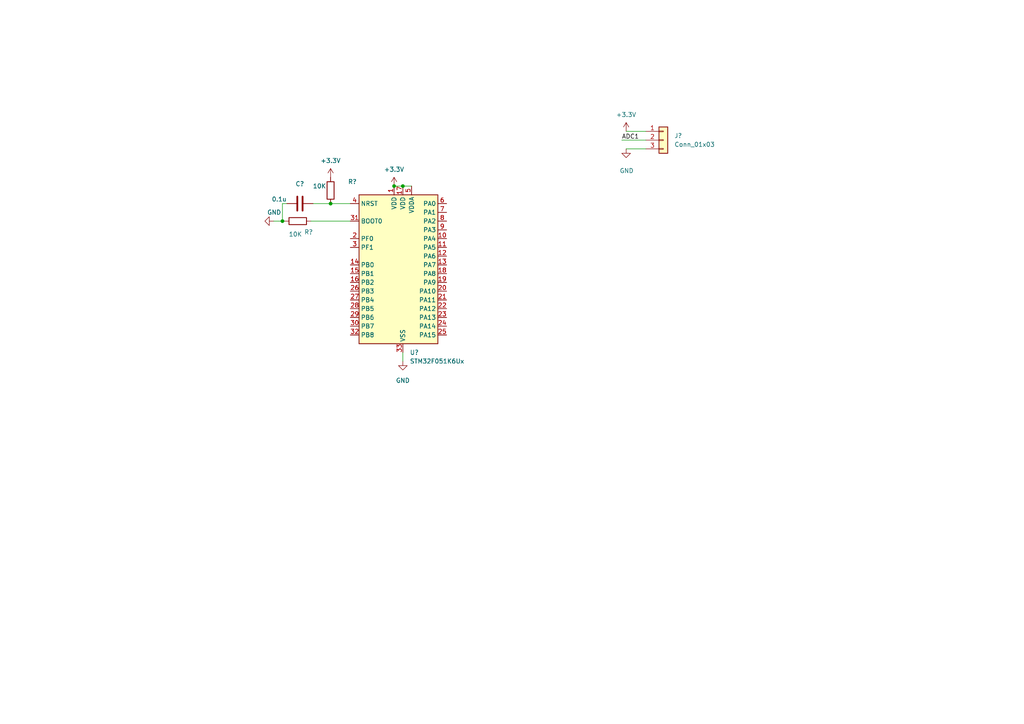
<source format=kicad_sch>
(kicad_sch (version 20211123) (generator eeschema)

  (uuid 00d298a6-8275-474d-8684-051a4056c7a0)

  (paper "A4")

  (lib_symbols
    (symbol "Connector_Generic:Conn_01x03" (pin_names (offset 1.016) hide) (in_bom yes) (on_board yes)
      (property "Reference" "J" (id 0) (at 0 5.08 0)
        (effects (font (size 1.27 1.27)))
      )
      (property "Value" "Conn_01x03" (id 1) (at 0 -5.08 0)
        (effects (font (size 1.27 1.27)))
      )
      (property "Footprint" "" (id 2) (at 0 0 0)
        (effects (font (size 1.27 1.27)) hide)
      )
      (property "Datasheet" "~" (id 3) (at 0 0 0)
        (effects (font (size 1.27 1.27)) hide)
      )
      (property "ki_keywords" "connector" (id 4) (at 0 0 0)
        (effects (font (size 1.27 1.27)) hide)
      )
      (property "ki_description" "Generic connector, single row, 01x03, script generated (kicad-library-utils/schlib/autogen/connector/)" (id 5) (at 0 0 0)
        (effects (font (size 1.27 1.27)) hide)
      )
      (property "ki_fp_filters" "Connector*:*_1x??_*" (id 6) (at 0 0 0)
        (effects (font (size 1.27 1.27)) hide)
      )
      (symbol "Conn_01x03_1_1"
        (rectangle (start -1.27 -2.413) (end 0 -2.667)
          (stroke (width 0.1524) (type default) (color 0 0 0 0))
          (fill (type none))
        )
        (rectangle (start -1.27 0.127) (end 0 -0.127)
          (stroke (width 0.1524) (type default) (color 0 0 0 0))
          (fill (type none))
        )
        (rectangle (start -1.27 2.667) (end 0 2.413)
          (stroke (width 0.1524) (type default) (color 0 0 0 0))
          (fill (type none))
        )
        (rectangle (start -1.27 3.81) (end 1.27 -3.81)
          (stroke (width 0.254) (type default) (color 0 0 0 0))
          (fill (type background))
        )
        (pin passive line (at -5.08 2.54 0) (length 3.81)
          (name "Pin_1" (effects (font (size 1.27 1.27))))
          (number "1" (effects (font (size 1.27 1.27))))
        )
        (pin passive line (at -5.08 0 0) (length 3.81)
          (name "Pin_2" (effects (font (size 1.27 1.27))))
          (number "2" (effects (font (size 1.27 1.27))))
        )
        (pin passive line (at -5.08 -2.54 0) (length 3.81)
          (name "Pin_3" (effects (font (size 1.27 1.27))))
          (number "3" (effects (font (size 1.27 1.27))))
        )
      )
    )
    (symbol "Device:C" (pin_numbers hide) (pin_names (offset 0.254)) (in_bom yes) (on_board yes)
      (property "Reference" "C" (id 0) (at 0.635 2.54 0)
        (effects (font (size 1.27 1.27)) (justify left))
      )
      (property "Value" "C" (id 1) (at 0.635 -2.54 0)
        (effects (font (size 1.27 1.27)) (justify left))
      )
      (property "Footprint" "" (id 2) (at 0.9652 -3.81 0)
        (effects (font (size 1.27 1.27)) hide)
      )
      (property "Datasheet" "~" (id 3) (at 0 0 0)
        (effects (font (size 1.27 1.27)) hide)
      )
      (property "ki_keywords" "cap capacitor" (id 4) (at 0 0 0)
        (effects (font (size 1.27 1.27)) hide)
      )
      (property "ki_description" "Unpolarized capacitor" (id 5) (at 0 0 0)
        (effects (font (size 1.27 1.27)) hide)
      )
      (property "ki_fp_filters" "C_*" (id 6) (at 0 0 0)
        (effects (font (size 1.27 1.27)) hide)
      )
      (symbol "C_0_1"
        (polyline
          (pts
            (xy -2.032 -0.762)
            (xy 2.032 -0.762)
          )
          (stroke (width 0.508) (type default) (color 0 0 0 0))
          (fill (type none))
        )
        (polyline
          (pts
            (xy -2.032 0.762)
            (xy 2.032 0.762)
          )
          (stroke (width 0.508) (type default) (color 0 0 0 0))
          (fill (type none))
        )
      )
      (symbol "C_1_1"
        (pin passive line (at 0 3.81 270) (length 2.794)
          (name "~" (effects (font (size 1.27 1.27))))
          (number "1" (effects (font (size 1.27 1.27))))
        )
        (pin passive line (at 0 -3.81 90) (length 2.794)
          (name "~" (effects (font (size 1.27 1.27))))
          (number "2" (effects (font (size 1.27 1.27))))
        )
      )
    )
    (symbol "Device:R" (pin_numbers hide) (pin_names (offset 0)) (in_bom yes) (on_board yes)
      (property "Reference" "R" (id 0) (at 2.032 0 90)
        (effects (font (size 1.27 1.27)))
      )
      (property "Value" "R" (id 1) (at 0 0 90)
        (effects (font (size 1.27 1.27)))
      )
      (property "Footprint" "" (id 2) (at -1.778 0 90)
        (effects (font (size 1.27 1.27)) hide)
      )
      (property "Datasheet" "~" (id 3) (at 0 0 0)
        (effects (font (size 1.27 1.27)) hide)
      )
      (property "ki_keywords" "R res resistor" (id 4) (at 0 0 0)
        (effects (font (size 1.27 1.27)) hide)
      )
      (property "ki_description" "Resistor" (id 5) (at 0 0 0)
        (effects (font (size 1.27 1.27)) hide)
      )
      (property "ki_fp_filters" "R_*" (id 6) (at 0 0 0)
        (effects (font (size 1.27 1.27)) hide)
      )
      (symbol "R_0_1"
        (rectangle (start -1.016 -2.54) (end 1.016 2.54)
          (stroke (width 0.254) (type default) (color 0 0 0 0))
          (fill (type none))
        )
      )
      (symbol "R_1_1"
        (pin passive line (at 0 3.81 270) (length 1.27)
          (name "~" (effects (font (size 1.27 1.27))))
          (number "1" (effects (font (size 1.27 1.27))))
        )
        (pin passive line (at 0 -3.81 90) (length 1.27)
          (name "~" (effects (font (size 1.27 1.27))))
          (number "2" (effects (font (size 1.27 1.27))))
        )
      )
    )
    (symbol "MCU_ST_STM32F0:STM32F051K6Ux" (in_bom yes) (on_board yes)
      (property "Reference" "U" (id 0) (at -12.7 21.59 0)
        (effects (font (size 1.27 1.27)) (justify left))
      )
      (property "Value" "STM32F051K6Ux" (id 1) (at 5.08 21.59 0)
        (effects (font (size 1.27 1.27)) (justify left))
      )
      (property "Footprint" "Package_DFN_QFN:QFN-32-1EP_5x5mm_P0.5mm_EP3.45x3.45mm" (id 2) (at -12.7 -22.86 0)
        (effects (font (size 1.27 1.27)) (justify right) hide)
      )
      (property "Datasheet" "http://www.st.com/st-web-ui/static/active/en/resource/technical/document/datasheet/DM00039193.pdf" (id 3) (at 0 0 0)
        (effects (font (size 1.27 1.27)) hide)
      )
      (property "ki_keywords" "ARM Cortex-M0 STM32F0 STM32F0x1" (id 4) (at 0 0 0)
        (effects (font (size 1.27 1.27)) hide)
      )
      (property "ki_description" "ARM Cortex-M0 MCU, 32KB flash, 8KB RAM, 48MHz, 2-3.6V, 27 GPIO, UFQFPN-32" (id 5) (at 0 0 0)
        (effects (font (size 1.27 1.27)) hide)
      )
      (property "ki_fp_filters" "QFN*1EP*5x5mm*P0.5mm*" (id 6) (at 0 0 0)
        (effects (font (size 1.27 1.27)) hide)
      )
      (symbol "STM32F051K6Ux_0_1"
        (rectangle (start -12.7 -22.86) (end 10.16 20.32)
          (stroke (width 0.254) (type default) (color 0 0 0 0))
          (fill (type background))
        )
      )
      (symbol "STM32F051K6Ux_1_1"
        (pin power_in line (at -2.54 22.86 270) (length 2.54)
          (name "VDD" (effects (font (size 1.27 1.27))))
          (number "1" (effects (font (size 1.27 1.27))))
        )
        (pin bidirectional line (at 12.7 7.62 180) (length 2.54)
          (name "PA4" (effects (font (size 1.27 1.27))))
          (number "10" (effects (font (size 1.27 1.27))))
        )
        (pin bidirectional line (at 12.7 5.08 180) (length 2.54)
          (name "PA5" (effects (font (size 1.27 1.27))))
          (number "11" (effects (font (size 1.27 1.27))))
        )
        (pin bidirectional line (at 12.7 2.54 180) (length 2.54)
          (name "PA6" (effects (font (size 1.27 1.27))))
          (number "12" (effects (font (size 1.27 1.27))))
        )
        (pin bidirectional line (at 12.7 0 180) (length 2.54)
          (name "PA7" (effects (font (size 1.27 1.27))))
          (number "13" (effects (font (size 1.27 1.27))))
        )
        (pin bidirectional line (at -15.24 0 0) (length 2.54)
          (name "PB0" (effects (font (size 1.27 1.27))))
          (number "14" (effects (font (size 1.27 1.27))))
        )
        (pin bidirectional line (at -15.24 -2.54 0) (length 2.54)
          (name "PB1" (effects (font (size 1.27 1.27))))
          (number "15" (effects (font (size 1.27 1.27))))
        )
        (pin bidirectional line (at -15.24 -5.08 0) (length 2.54)
          (name "PB2" (effects (font (size 1.27 1.27))))
          (number "16" (effects (font (size 1.27 1.27))))
        )
        (pin power_in line (at 0 22.86 270) (length 2.54)
          (name "VDD" (effects (font (size 1.27 1.27))))
          (number "17" (effects (font (size 1.27 1.27))))
        )
        (pin bidirectional line (at 12.7 -2.54 180) (length 2.54)
          (name "PA8" (effects (font (size 1.27 1.27))))
          (number "18" (effects (font (size 1.27 1.27))))
        )
        (pin bidirectional line (at 12.7 -5.08 180) (length 2.54)
          (name "PA9" (effects (font (size 1.27 1.27))))
          (number "19" (effects (font (size 1.27 1.27))))
        )
        (pin input line (at -15.24 7.62 0) (length 2.54)
          (name "PF0" (effects (font (size 1.27 1.27))))
          (number "2" (effects (font (size 1.27 1.27))))
        )
        (pin bidirectional line (at 12.7 -7.62 180) (length 2.54)
          (name "PA10" (effects (font (size 1.27 1.27))))
          (number "20" (effects (font (size 1.27 1.27))))
        )
        (pin bidirectional line (at 12.7 -10.16 180) (length 2.54)
          (name "PA11" (effects (font (size 1.27 1.27))))
          (number "21" (effects (font (size 1.27 1.27))))
        )
        (pin bidirectional line (at 12.7 -12.7 180) (length 2.54)
          (name "PA12" (effects (font (size 1.27 1.27))))
          (number "22" (effects (font (size 1.27 1.27))))
        )
        (pin bidirectional line (at 12.7 -15.24 180) (length 2.54)
          (name "PA13" (effects (font (size 1.27 1.27))))
          (number "23" (effects (font (size 1.27 1.27))))
        )
        (pin bidirectional line (at 12.7 -17.78 180) (length 2.54)
          (name "PA14" (effects (font (size 1.27 1.27))))
          (number "24" (effects (font (size 1.27 1.27))))
        )
        (pin bidirectional line (at 12.7 -20.32 180) (length 2.54)
          (name "PA15" (effects (font (size 1.27 1.27))))
          (number "25" (effects (font (size 1.27 1.27))))
        )
        (pin bidirectional line (at -15.24 -7.62 0) (length 2.54)
          (name "PB3" (effects (font (size 1.27 1.27))))
          (number "26" (effects (font (size 1.27 1.27))))
        )
        (pin bidirectional line (at -15.24 -10.16 0) (length 2.54)
          (name "PB4" (effects (font (size 1.27 1.27))))
          (number "27" (effects (font (size 1.27 1.27))))
        )
        (pin bidirectional line (at -15.24 -12.7 0) (length 2.54)
          (name "PB5" (effects (font (size 1.27 1.27))))
          (number "28" (effects (font (size 1.27 1.27))))
        )
        (pin bidirectional line (at -15.24 -15.24 0) (length 2.54)
          (name "PB6" (effects (font (size 1.27 1.27))))
          (number "29" (effects (font (size 1.27 1.27))))
        )
        (pin input line (at -15.24 5.08 0) (length 2.54)
          (name "PF1" (effects (font (size 1.27 1.27))))
          (number "3" (effects (font (size 1.27 1.27))))
        )
        (pin bidirectional line (at -15.24 -17.78 0) (length 2.54)
          (name "PB7" (effects (font (size 1.27 1.27))))
          (number "30" (effects (font (size 1.27 1.27))))
        )
        (pin input line (at -15.24 12.7 0) (length 2.54)
          (name "BOOT0" (effects (font (size 1.27 1.27))))
          (number "31" (effects (font (size 1.27 1.27))))
        )
        (pin bidirectional line (at -15.24 -20.32 0) (length 2.54)
          (name "PB8" (effects (font (size 1.27 1.27))))
          (number "32" (effects (font (size 1.27 1.27))))
        )
        (pin power_in line (at 0 -25.4 90) (length 2.54)
          (name "VSS" (effects (font (size 1.27 1.27))))
          (number "33" (effects (font (size 1.27 1.27))))
        )
        (pin input line (at -15.24 17.78 0) (length 2.54)
          (name "NRST" (effects (font (size 1.27 1.27))))
          (number "4" (effects (font (size 1.27 1.27))))
        )
        (pin power_in line (at 2.54 22.86 270) (length 2.54)
          (name "VDDA" (effects (font (size 1.27 1.27))))
          (number "5" (effects (font (size 1.27 1.27))))
        )
        (pin bidirectional line (at 12.7 17.78 180) (length 2.54)
          (name "PA0" (effects (font (size 1.27 1.27))))
          (number "6" (effects (font (size 1.27 1.27))))
        )
        (pin bidirectional line (at 12.7 15.24 180) (length 2.54)
          (name "PA1" (effects (font (size 1.27 1.27))))
          (number "7" (effects (font (size 1.27 1.27))))
        )
        (pin bidirectional line (at 12.7 12.7 180) (length 2.54)
          (name "PA2" (effects (font (size 1.27 1.27))))
          (number "8" (effects (font (size 1.27 1.27))))
        )
        (pin bidirectional line (at 12.7 10.16 180) (length 2.54)
          (name "PA3" (effects (font (size 1.27 1.27))))
          (number "9" (effects (font (size 1.27 1.27))))
        )
      )
    )
    (symbol "power:+3.3V" (power) (pin_names (offset 0)) (in_bom yes) (on_board yes)
      (property "Reference" "#PWR" (id 0) (at 0 -3.81 0)
        (effects (font (size 1.27 1.27)) hide)
      )
      (property "Value" "+3.3V" (id 1) (at 0 3.556 0)
        (effects (font (size 1.27 1.27)))
      )
      (property "Footprint" "" (id 2) (at 0 0 0)
        (effects (font (size 1.27 1.27)) hide)
      )
      (property "Datasheet" "" (id 3) (at 0 0 0)
        (effects (font (size 1.27 1.27)) hide)
      )
      (property "ki_keywords" "power-flag" (id 4) (at 0 0 0)
        (effects (font (size 1.27 1.27)) hide)
      )
      (property "ki_description" "Power symbol creates a global label with name \"+3.3V\"" (id 5) (at 0 0 0)
        (effects (font (size 1.27 1.27)) hide)
      )
      (symbol "+3.3V_0_1"
        (polyline
          (pts
            (xy -0.762 1.27)
            (xy 0 2.54)
          )
          (stroke (width 0) (type default) (color 0 0 0 0))
          (fill (type none))
        )
        (polyline
          (pts
            (xy 0 0)
            (xy 0 2.54)
          )
          (stroke (width 0) (type default) (color 0 0 0 0))
          (fill (type none))
        )
        (polyline
          (pts
            (xy 0 2.54)
            (xy 0.762 1.27)
          )
          (stroke (width 0) (type default) (color 0 0 0 0))
          (fill (type none))
        )
      )
      (symbol "+3.3V_1_1"
        (pin power_in line (at 0 0 90) (length 0) hide
          (name "+3.3V" (effects (font (size 1.27 1.27))))
          (number "1" (effects (font (size 1.27 1.27))))
        )
      )
    )
    (symbol "power:GND" (power) (pin_names (offset 0)) (in_bom yes) (on_board yes)
      (property "Reference" "#PWR" (id 0) (at 0 -6.35 0)
        (effects (font (size 1.27 1.27)) hide)
      )
      (property "Value" "GND" (id 1) (at 0 -3.81 0)
        (effects (font (size 1.27 1.27)))
      )
      (property "Footprint" "" (id 2) (at 0 0 0)
        (effects (font (size 1.27 1.27)) hide)
      )
      (property "Datasheet" "" (id 3) (at 0 0 0)
        (effects (font (size 1.27 1.27)) hide)
      )
      (property "ki_keywords" "power-flag" (id 4) (at 0 0 0)
        (effects (font (size 1.27 1.27)) hide)
      )
      (property "ki_description" "Power symbol creates a global label with name \"GND\" , ground" (id 5) (at 0 0 0)
        (effects (font (size 1.27 1.27)) hide)
      )
      (symbol "GND_0_1"
        (polyline
          (pts
            (xy 0 0)
            (xy 0 -1.27)
            (xy 1.27 -1.27)
            (xy 0 -2.54)
            (xy -1.27 -1.27)
            (xy 0 -1.27)
          )
          (stroke (width 0) (type default) (color 0 0 0 0))
          (fill (type none))
        )
      )
      (symbol "GND_1_1"
        (pin power_in line (at 0 0 270) (length 0) hide
          (name "GND" (effects (font (size 1.27 1.27))))
          (number "1" (effects (font (size 1.27 1.27))))
        )
      )
    )
  )

  (junction (at 81.915 64.135) (diameter 0) (color 0 0 0 0)
    (uuid 072440ad-505b-45a7-a852-52fe28d83e35)
  )
  (junction (at 114.3 53.975) (diameter 0) (color 0 0 0 0)
    (uuid 41aa4553-d417-44c3-b7a9-ef9106a0ef1a)
  )
  (junction (at 116.84 53.975) (diameter 0) (color 0 0 0 0)
    (uuid d8914314-e3ae-49cc-9b21-141aaf1a5977)
  )
  (junction (at 95.885 59.055) (diameter 0) (color 0 0 0 0)
    (uuid e0c0b1bf-c64c-4674-a3b7-f767f150f250)
  )

  (wire (pts (xy 81.915 64.135) (xy 82.55 64.135))
    (stroke (width 0) (type default) (color 0 0 0 0))
    (uuid 0deda3b6-07bf-47ca-a16d-96129217865c)
  )
  (wire (pts (xy 81.915 59.055) (xy 81.915 64.135))
    (stroke (width 0) (type default) (color 0 0 0 0))
    (uuid 12d6107b-fa69-4347-a4bb-53f273e1d2b1)
  )
  (wire (pts (xy 95.885 59.055) (xy 101.6 59.055))
    (stroke (width 0) (type default) (color 0 0 0 0))
    (uuid 493285a3-cb2d-4abc-8a24-77768255e4d4)
  )
  (wire (pts (xy 90.805 59.055) (xy 95.885 59.055))
    (stroke (width 0) (type default) (color 0 0 0 0))
    (uuid 65b7abc1-d913-47ff-be94-8d91a77d8352)
  )
  (wire (pts (xy 181.61 43.18) (xy 187.325 43.18))
    (stroke (width 0) (type default) (color 0 0 0 0))
    (uuid 76ea92f6-b503-4b4d-9bcb-86aa86a7cdeb)
  )
  (wire (pts (xy 79.375 64.135) (xy 81.915 64.135))
    (stroke (width 0) (type default) (color 0 0 0 0))
    (uuid b9b416c8-e519-406b-beff-86ec95c13aea)
  )
  (wire (pts (xy 181.61 38.1) (xy 187.325 38.1))
    (stroke (width 0) (type default) (color 0 0 0 0))
    (uuid c0bece09-d0b0-4c7f-8f87-cf2c47435145)
  )
  (wire (pts (xy 180.34 40.64) (xy 187.325 40.64))
    (stroke (width 0) (type default) (color 0 0 0 0))
    (uuid c651c0a3-c051-47c4-88ab-015af54c1e3d)
  )
  (wire (pts (xy 83.185 59.055) (xy 81.915 59.055))
    (stroke (width 0) (type default) (color 0 0 0 0))
    (uuid d74457c0-40c7-4079-b141-cf182ee2ebfe)
  )
  (wire (pts (xy 116.84 53.975) (xy 119.38 53.975))
    (stroke (width 0) (type default) (color 0 0 0 0))
    (uuid d9a560b7-b9ad-4b69-bad2-81f0defe0cee)
  )
  (wire (pts (xy 116.84 104.775) (xy 116.84 102.235))
    (stroke (width 0) (type default) (color 0 0 0 0))
    (uuid dba6db70-caff-4604-a034-c035bd8a6b3e)
  )
  (wire (pts (xy 114.3 53.975) (xy 116.84 53.975))
    (stroke (width 0) (type default) (color 0 0 0 0))
    (uuid de413888-de09-453e-a688-70308fb04101)
  )
  (wire (pts (xy 90.17 64.135) (xy 101.6 64.135))
    (stroke (width 0) (type default) (color 0 0 0 0))
    (uuid e5e6566f-83ef-4c5e-a741-3d966ef969fb)
  )

  (label "ADC1" (at 180.34 40.64 0)
    (effects (font (size 1.27 1.27)) (justify left bottom))
    (uuid 54ca0691-e503-47e9-8f4e-441871f2840b)
  )

  (symbol (lib_id "power:GND") (at 181.61 43.18 0) (unit 1)
    (in_bom yes) (on_board yes)
    (uuid 010d1055-ad6f-47c0-969a-8abb1a9dd421)
    (property "Reference" "#PWR?" (id 0) (at 181.61 49.53 0)
      (effects (font (size 1.27 1.27)) hide)
    )
    (property "Value" "GND" (id 1) (at 179.705 49.53 0)
      (effects (font (size 1.27 1.27)) (justify left))
    )
    (property "Footprint" "" (id 2) (at 181.61 43.18 0)
      (effects (font (size 1.27 1.27)) hide)
    )
    (property "Datasheet" "" (id 3) (at 181.61 43.18 0)
      (effects (font (size 1.27 1.27)) hide)
    )
    (pin "1" (uuid 896ff242-7761-4ff9-af44-9fab77e025f6))
  )

  (symbol (lib_id "Connector_Generic:Conn_01x03") (at 192.405 40.64 0) (unit 1)
    (in_bom yes) (on_board yes) (fields_autoplaced)
    (uuid 14fbade2-cadd-41b5-b3c3-be75e05e1a15)
    (property "Reference" "J?" (id 0) (at 195.58 39.3699 0)
      (effects (font (size 1.27 1.27)) (justify left))
    )
    (property "Value" "Conn_01x03" (id 1) (at 195.58 41.9099 0)
      (effects (font (size 1.27 1.27)) (justify left))
    )
    (property "Footprint" "" (id 2) (at 192.405 40.64 0)
      (effects (font (size 1.27 1.27)) hide)
    )
    (property "Datasheet" "~" (id 3) (at 192.405 40.64 0)
      (effects (font (size 1.27 1.27)) hide)
    )
    (pin "1" (uuid d05356fe-3f36-47be-85ca-48ef6554904c))
    (pin "2" (uuid da7c1f98-0c53-444d-b8a3-2a9313c179c0))
    (pin "3" (uuid 35028b41-2288-4e4a-82a1-d5286ad86dd0))
  )

  (symbol (lib_id "power:+3.3V") (at 95.885 51.435 0) (unit 1)
    (in_bom yes) (on_board yes) (fields_autoplaced)
    (uuid 37b62a6c-c02e-45ea-a8eb-dc1db7badb1e)
    (property "Reference" "#PWR?" (id 0) (at 95.885 55.245 0)
      (effects (font (size 1.27 1.27)) hide)
    )
    (property "Value" "+3.3V" (id 1) (at 95.885 46.609 0))
    (property "Footprint" "" (id 2) (at 95.885 51.435 0)
      (effects (font (size 1.27 1.27)) hide)
    )
    (property "Datasheet" "" (id 3) (at 95.885 51.435 0)
      (effects (font (size 1.27 1.27)) hide)
    )
    (pin "1" (uuid d3cfc95b-d75a-4752-ace2-778e50fc7196))
  )

  (symbol (lib_id "power:+3.3V") (at 181.61 38.1 0) (unit 1)
    (in_bom yes) (on_board yes) (fields_autoplaced)
    (uuid 667aeb57-09a9-4de3-b99a-1735391b9551)
    (property "Reference" "#PWR?" (id 0) (at 181.61 41.91 0)
      (effects (font (size 1.27 1.27)) hide)
    )
    (property "Value" "+3.3V" (id 1) (at 181.61 33.274 0))
    (property "Footprint" "" (id 2) (at 181.61 38.1 0)
      (effects (font (size 1.27 1.27)) hide)
    )
    (property "Datasheet" "" (id 3) (at 181.61 38.1 0)
      (effects (font (size 1.27 1.27)) hide)
    )
    (pin "1" (uuid 20f2ce41-db06-435d-a1da-523de41448f3))
  )

  (symbol (lib_id "power:GND") (at 116.84 104.775 0) (unit 1)
    (in_bom yes) (on_board yes) (fields_autoplaced)
    (uuid 7e33c887-b708-4601-ba9a-2dc66f42cf50)
    (property "Reference" "#PWR?" (id 0) (at 116.84 111.125 0)
      (effects (font (size 1.27 1.27)) hide)
    )
    (property "Value" "GND" (id 1) (at 116.84 110.363 0))
    (property "Footprint" "" (id 2) (at 116.84 104.775 0)
      (effects (font (size 1.27 1.27)) hide)
    )
    (property "Datasheet" "" (id 3) (at 116.84 104.775 0)
      (effects (font (size 1.27 1.27)) hide)
    )
    (pin "1" (uuid f0dd7703-7f99-448f-9a84-96f02d3972e1))
  )

  (symbol (lib_id "Device:R") (at 95.885 55.245 180) (unit 1)
    (in_bom yes) (on_board yes)
    (uuid 7ec64024-dbb2-4f0a-bf41-8149446d6dfd)
    (property "Reference" "R?" (id 0) (at 103.505 52.705 0)
      (effects (font (size 1.27 1.27)) (justify left))
    )
    (property "Value" "10K" (id 1) (at 94.615 53.975 0)
      (effects (font (size 1.27 1.27)) (justify left))
    )
    (property "Footprint" "Resistor_SMD:R_0402_1005Metric" (id 2) (at 97.663 55.245 90)
      (effects (font (size 1.27 1.27)) hide)
    )
    (property "Datasheet" "~" (id 3) (at 95.885 55.245 0)
      (effects (font (size 1.27 1.27)) hide)
    )
    (pin "1" (uuid 7e66e125-8843-4682-9b04-711cba37b123))
    (pin "2" (uuid dfaf05a7-e124-4e90-b591-a7c93f7a7dec))
  )

  (symbol (lib_id "power:+3.3V") (at 114.3 53.975 0) (unit 1)
    (in_bom yes) (on_board yes) (fields_autoplaced)
    (uuid bce5359c-a75b-41c1-a9dc-7b02ffda3624)
    (property "Reference" "#PWR?" (id 0) (at 114.3 57.785 0)
      (effects (font (size 1.27 1.27)) hide)
    )
    (property "Value" "+3.3V" (id 1) (at 114.3 49.149 0))
    (property "Footprint" "" (id 2) (at 114.3 53.975 0)
      (effects (font (size 1.27 1.27)) hide)
    )
    (property "Datasheet" "" (id 3) (at 114.3 53.975 0)
      (effects (font (size 1.27 1.27)) hide)
    )
    (pin "1" (uuid 3d285fd4-a8f8-442e-bed1-fc8ec925b24d))
  )

  (symbol (lib_id "power:GND") (at 79.375 64.135 270) (unit 1)
    (in_bom yes) (on_board yes)
    (uuid ce1b4410-097b-4832-95da-c6bf947dad03)
    (property "Reference" "#PWR?" (id 0) (at 73.025 64.135 0)
      (effects (font (size 1.27 1.27)) hide)
    )
    (property "Value" "GND" (id 1) (at 77.47 61.595 90)
      (effects (font (size 1.27 1.27)) (justify left))
    )
    (property "Footprint" "" (id 2) (at 79.375 64.135 0)
      (effects (font (size 1.27 1.27)) hide)
    )
    (property "Datasheet" "" (id 3) (at 79.375 64.135 0)
      (effects (font (size 1.27 1.27)) hide)
    )
    (pin "1" (uuid d8c02eda-ba56-4e56-9d5c-ce80bf719806))
  )

  (symbol (lib_id "MCU_ST_STM32F0:STM32F051K6Ux") (at 116.84 76.835 0) (unit 1)
    (in_bom yes) (on_board yes) (fields_autoplaced)
    (uuid e2939500-b814-4ce4-83ed-31e1fa0d2263)
    (property "Reference" "U?" (id 0) (at 118.8594 102.235 0)
      (effects (font (size 1.27 1.27)) (justify left))
    )
    (property "Value" "STM32F051K6Ux" (id 1) (at 118.8594 104.775 0)
      (effects (font (size 1.27 1.27)) (justify left))
    )
    (property "Footprint" "Package_DFN_QFN:QFN-32-1EP_5x5mm_P0.5mm_EP3.45x3.45mm" (id 2) (at 104.14 99.695 0)
      (effects (font (size 1.27 1.27)) (justify right) hide)
    )
    (property "Datasheet" "http://www.st.com/st-web-ui/static/active/en/resource/technical/document/datasheet/DM00039193.pdf" (id 3) (at 116.84 76.835 0)
      (effects (font (size 1.27 1.27)) hide)
    )
    (pin "1" (uuid 8138f9a5-27ed-4c72-9e05-238ffb8f654f))
    (pin "10" (uuid b7fb8bd7-a628-4124-92b5-93ba2fc0a01a))
    (pin "11" (uuid b74741bf-b502-4484-b282-dd0c852a7e83))
    (pin "12" (uuid 7a353e75-2c52-4e19-b33f-9d632dc5ff9e))
    (pin "13" (uuid b87747c9-fcaa-4ab3-ad4c-6f355e8cc7d9))
    (pin "14" (uuid 5d930d91-08cd-469a-96b9-dd2eab52cabd))
    (pin "15" (uuid 05c4b610-d49f-4286-81c9-f31bcab4a512))
    (pin "16" (uuid e3dc7d31-701a-4fcf-98b1-5f2bb71684cf))
    (pin "17" (uuid e69093f9-a640-4165-944a-2c617378ee23))
    (pin "18" (uuid 485b357c-a29b-4213-b606-40694f1eda15))
    (pin "19" (uuid 65478f67-345a-43a6-9302-ce9bfde1bb2c))
    (pin "2" (uuid eb95cdd7-ce93-435f-84bc-66eb7680e355))
    (pin "20" (uuid 998264ee-2379-4f0c-b49d-e60dd167ce43))
    (pin "21" (uuid eb79cd65-c6a3-43d3-93cc-577f48023beb))
    (pin "22" (uuid bf557762-46c7-4d8b-804f-5fb1aab706e4))
    (pin "23" (uuid 5b57dbbb-2f0b-410a-b729-2a1a0e2d78fe))
    (pin "24" (uuid a3a7da38-9d20-4c40-a74d-7cb4f1ad561b))
    (pin "25" (uuid ac4faed5-3cf8-4ebf-b272-90549c13624b))
    (pin "26" (uuid 09ae337b-f8ce-4dcd-beb9-7f3a6821a9b3))
    (pin "27" (uuid f87012c8-a553-43cf-b156-79328bb76c62))
    (pin "28" (uuid 61108f2a-d882-4a05-a9c3-5748d3edabbd))
    (pin "29" (uuid 1785ce90-5d59-43de-a28d-7a84552f81ad))
    (pin "3" (uuid 7491d232-743c-4a77-9166-44c035a0435b))
    (pin "30" (uuid 0af3a4ff-4f14-4bcf-a8de-da194e925ae5))
    (pin "31" (uuid 7f563601-c592-4c00-b778-e939ccde39c9))
    (pin "32" (uuid e1844be9-3b7e-4465-bcd4-c733f238c1e0))
    (pin "33" (uuid d384737f-1053-453b-9fff-9d301d50ed39))
    (pin "4" (uuid 1b11b61c-3798-4e69-b4b9-4f554c0f9ad3))
    (pin "5" (uuid e83f0681-c777-4d2a-a7df-9fdff4224691))
    (pin "6" (uuid 935eac26-6f78-4d25-9812-bf4f965be173))
    (pin "7" (uuid 1f8ebfb9-da71-421f-ad08-058ef3c4120b))
    (pin "8" (uuid ddd7a2b3-1789-47dd-949c-14e54bfc2f76))
    (pin "9" (uuid 48ee338c-a797-4f0d-92b4-b229d93409ed))
  )

  (symbol (lib_id "Device:R") (at 86.36 64.135 90) (unit 1)
    (in_bom yes) (on_board yes)
    (uuid e97f559f-1c5b-4e92-869e-9db0f65ac7dd)
    (property "Reference" "R?" (id 0) (at 90.805 67.31 90)
      (effects (font (size 1.27 1.27)) (justify left))
    )
    (property "Value" "10K" (id 1) (at 87.63 67.945 90)
      (effects (font (size 1.27 1.27)) (justify left))
    )
    (property "Footprint" "Resistor_SMD:R_0402_1005Metric" (id 2) (at 86.36 65.913 90)
      (effects (font (size 1.27 1.27)) hide)
    )
    (property "Datasheet" "~" (id 3) (at 86.36 64.135 0)
      (effects (font (size 1.27 1.27)) hide)
    )
    (pin "1" (uuid 9b5c8767-90a8-42cc-9a13-87494a73e40c))
    (pin "2" (uuid 973506b5-bf47-4187-9019-261b869ee1f1))
  )

  (symbol (lib_id "Device:C") (at 86.995 59.055 90) (unit 1)
    (in_bom yes) (on_board yes)
    (uuid f7d6f1a9-e0b4-4fdf-9e46-6b4305910323)
    (property "Reference" "C?" (id 0) (at 88.265 53.34 90)
      (effects (font (size 1.27 1.27)) (justify left))
    )
    (property "Value" "0.1u" (id 1) (at 83.185 57.785 90)
      (effects (font (size 1.27 1.27)) (justify left))
    )
    (property "Footprint" "Capacitor_SMD:C_0402_1005Metric" (id 2) (at 90.805 58.0898 0)
      (effects (font (size 1.27 1.27)) hide)
    )
    (property "Datasheet" "~" (id 3) (at 86.995 59.055 0)
      (effects (font (size 1.27 1.27)) hide)
    )
    (pin "1" (uuid 05a74af7-3d4e-4420-9664-7aa842c851db))
    (pin "2" (uuid c45d4bae-3061-4ecb-8f0f-b000192b1d70))
  )
)

</source>
